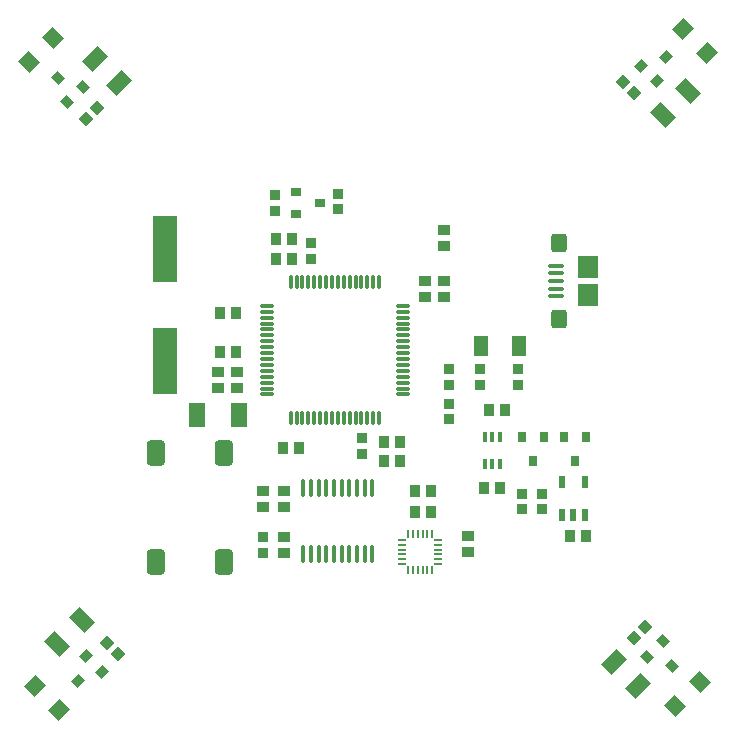
<source format=gtp>
G04*
G04 #@! TF.GenerationSoftware,Altium Limited,Altium Designer,21.0.8 (223)*
G04*
G04 Layer_Color=8421504*
%FSLAX44Y44*%
%MOMM*%
G71*
G04*
G04 #@! TF.SameCoordinates,FEFD6B0F-C875-4ADE-8CDF-9C75FE8239C7*
G04*
G04*
G04 #@! TF.FilePolarity,Positive*
G04*
G01*
G75*
%ADD14R,0.6000X1.0500*%
%ADD15R,0.8000X0.9000*%
%ADD16R,1.0000X0.9000*%
G04:AMPARAMS|DCode=17|XSize=1.8mm|YSize=1.3mm|CornerRadius=0mm|HoleSize=0mm|Usage=FLASHONLY|Rotation=225.000|XOffset=0mm|YOffset=0mm|HoleType=Round|Shape=Rectangle|*
%AMROTATEDRECTD17*
4,1,4,0.1768,1.0960,1.0960,0.1768,-0.1768,-1.0960,-1.0960,-0.1768,0.1768,1.0960,0.0*
%
%ADD17ROTATEDRECTD17*%

%ADD18R,1.4000X2.0000*%
%ADD19R,0.9000X1.0000*%
%ADD20R,0.4000X0.8500*%
%ADD21R,0.9500X0.8500*%
%ADD22R,1.1500X1.7000*%
G04:AMPARAMS|DCode=23|XSize=1.8mm|YSize=1.3mm|CornerRadius=0mm|HoleSize=0mm|Usage=FLASHONLY|Rotation=315.000|XOffset=0mm|YOffset=0mm|HoleType=Round|Shape=Rectangle|*
%AMROTATEDRECTD23*
4,1,4,-1.0960,0.1768,-0.1768,1.0960,1.0960,-0.1768,0.1768,-1.0960,-1.0960,0.1768,0.0*
%
%ADD23ROTATEDRECTD23*%

%ADD24R,0.9000X0.8000*%
%ADD25R,2.1000X5.6000*%
%ADD26O,0.3000X1.2000*%
%ADD27O,1.2000X0.3000*%
%ADD28R,0.2200X0.6400*%
%ADD29R,0.6400X0.2200*%
%ADD30O,1.3500X0.4000*%
G04:AMPARAMS|DCode=31|XSize=1.6mm|YSize=1.4mm|CornerRadius=0.35mm|HoleSize=0mm|Usage=FLASHONLY|Rotation=270.000|XOffset=0mm|YOffset=0mm|HoleType=Round|Shape=RoundedRectangle|*
%AMROUNDEDRECTD31*
21,1,1.6000,0.7000,0,0,270.0*
21,1,0.9000,1.4000,0,0,270.0*
1,1,0.7000,-0.3500,-0.4500*
1,1,0.7000,-0.3500,0.4500*
1,1,0.7000,0.3500,0.4500*
1,1,0.7000,0.3500,-0.4500*
%
%ADD31ROUNDEDRECTD31*%
%ADD32R,1.8000X1.9000*%
G04:AMPARAMS|DCode=33|XSize=1.3mm|YSize=1.4mm|CornerRadius=0mm|HoleSize=0mm|Usage=FLASHONLY|Rotation=45.000|XOffset=0mm|YOffset=0mm|HoleType=Round|Shape=Rectangle|*
%AMROTATEDRECTD33*
4,1,4,0.0354,-0.9546,-0.9546,0.0354,-0.0354,0.9546,0.9546,-0.0354,0.0354,-0.9546,0.0*
%
%ADD33ROTATEDRECTD33*%

G04:AMPARAMS|DCode=34|XSize=0.95mm|YSize=0.85mm|CornerRadius=0mm|HoleSize=0mm|Usage=FLASHONLY|Rotation=315.000|XOffset=0mm|YOffset=0mm|HoleType=Round|Shape=Rectangle|*
%AMROTATEDRECTD34*
4,1,4,-0.6364,0.0354,-0.0354,0.6364,0.6364,-0.0354,0.0354,-0.6364,-0.6364,0.0354,0.0*
%
%ADD34ROTATEDRECTD34*%

G04:AMPARAMS|DCode=35|XSize=0.8mm|YSize=0.9mm|CornerRadius=0mm|HoleSize=0mm|Usage=FLASHONLY|Rotation=225.000|XOffset=0mm|YOffset=0mm|HoleType=Round|Shape=Rectangle|*
%AMROTATEDRECTD35*
4,1,4,-0.0354,0.6010,0.6010,-0.0354,0.0354,-0.6010,-0.6010,0.0354,-0.0354,0.6010,0.0*
%
%ADD35ROTATEDRECTD35*%

G04:AMPARAMS|DCode=36|XSize=0.95mm|YSize=0.85mm|CornerRadius=0mm|HoleSize=0mm|Usage=FLASHONLY|Rotation=225.000|XOffset=0mm|YOffset=0mm|HoleType=Round|Shape=Rectangle|*
%AMROTATEDRECTD36*
4,1,4,0.0354,0.6364,0.6364,0.0354,-0.0354,-0.6364,-0.6364,-0.0354,0.0354,0.6364,0.0*
%
%ADD36ROTATEDRECTD36*%

G04:AMPARAMS|DCode=37|XSize=0.8mm|YSize=0.9mm|CornerRadius=0mm|HoleSize=0mm|Usage=FLASHONLY|Rotation=135.000|XOffset=0mm|YOffset=0mm|HoleType=Round|Shape=Rectangle|*
%AMROTATEDRECTD37*
4,1,4,0.6010,0.0354,-0.0354,-0.6010,-0.6010,-0.0354,0.0354,0.6010,0.6010,0.0354,0.0*
%
%ADD37ROTATEDRECTD37*%

G04:AMPARAMS|DCode=38|XSize=1.3mm|YSize=1.4mm|CornerRadius=0mm|HoleSize=0mm|Usage=FLASHONLY|Rotation=315.000|XOffset=0mm|YOffset=0mm|HoleType=Round|Shape=Rectangle|*
%AMROTATEDRECTD38*
4,1,4,-0.9546,-0.0354,0.0354,0.9546,0.9546,0.0354,-0.0354,-0.9546,-0.9546,-0.0354,0.0*
%
%ADD38ROTATEDRECTD38*%

G04:AMPARAMS|DCode=39|XSize=1.6mm|YSize=2.19mm|CornerRadius=0.4mm|HoleSize=0mm|Usage=FLASHONLY|Rotation=0.000|XOffset=0mm|YOffset=0mm|HoleType=Round|Shape=RoundedRectangle|*
%AMROUNDEDRECTD39*
21,1,1.6000,1.3900,0,0,0.0*
21,1,0.8000,2.1900,0,0,0.0*
1,1,0.8000,0.4000,-0.6950*
1,1,0.8000,-0.4000,-0.6950*
1,1,0.8000,-0.4000,0.6950*
1,1,0.8000,0.4000,0.6950*
%
%ADD39ROUNDEDRECTD39*%
%ADD40O,0.3500X1.6000*%
D14*
X167030Y-121700D02*
D03*
X176530D02*
D03*
X186030D02*
D03*
Y-94200D02*
D03*
X167030D02*
D03*
D15*
X177800Y-76040D02*
D03*
X168300Y-56040D02*
D03*
X187300D02*
D03*
X142240Y-76040D02*
D03*
X132740Y-56040D02*
D03*
X151740D02*
D03*
D16*
X-107950Y-14370D02*
D03*
Y-870D02*
D03*
X-86360Y-114700D02*
D03*
Y-101200D02*
D03*
X67310Y63100D02*
D03*
Y76600D02*
D03*
X-124460Y-870D02*
D03*
Y-14370D02*
D03*
X50800Y76600D02*
D03*
Y63100D02*
D03*
X67310Y119780D02*
D03*
Y106280D02*
D03*
X-68580Y-114700D02*
D03*
Y-101200D02*
D03*
Y-140570D02*
D03*
Y-154070D02*
D03*
X87630Y-152800D02*
D03*
Y-139300D02*
D03*
D17*
X-208094Y243654D02*
D03*
X-228600Y264160D02*
D03*
X231233Y-266793D02*
D03*
X210727Y-246287D02*
D03*
D18*
X-142460Y-36832D02*
D03*
X-106460D02*
D03*
D19*
X16110Y-76200D02*
D03*
X29610D02*
D03*
X101200Y-99060D02*
D03*
X114700D02*
D03*
X16110Y-59690D02*
D03*
X29610D02*
D03*
X-108820Y16510D02*
D03*
X-122320D02*
D03*
X-108820Y49530D02*
D03*
X-122320D02*
D03*
X-61830Y111760D02*
D03*
X-75330D02*
D03*
X-61830Y95250D02*
D03*
X-75330D02*
D03*
X-68980Y-64770D02*
D03*
X-55480D02*
D03*
X187090Y-139700D02*
D03*
X173590D02*
D03*
X118510Y-33020D02*
D03*
X105010D02*
D03*
X56280Y-101600D02*
D03*
X42780D02*
D03*
X56280Y-119380D02*
D03*
X42780D02*
D03*
D20*
X101450Y-78560D02*
D03*
X107950D02*
D03*
X114450D02*
D03*
Y-56060D02*
D03*
X107950D02*
D03*
X101450D02*
D03*
D21*
X129540Y1420D02*
D03*
Y-11580D02*
D03*
X97790Y1420D02*
D03*
Y-11580D02*
D03*
X71120Y-11580D02*
D03*
Y1420D02*
D03*
Y-27790D02*
D03*
Y-40790D02*
D03*
X149860Y-116990D02*
D03*
Y-103990D02*
D03*
X133350Y-103990D02*
D03*
Y-116990D02*
D03*
X-76200Y135740D02*
D03*
Y148740D02*
D03*
X-22860Y137010D02*
D03*
Y150010D02*
D03*
X-45720Y95100D02*
D03*
Y108100D02*
D03*
X-86360Y-153820D02*
D03*
Y-140820D02*
D03*
X-2540Y-57000D02*
D03*
Y-70000D02*
D03*
D22*
X98550Y21590D02*
D03*
X130050D02*
D03*
D23*
X-239937Y-210727D02*
D03*
X-260443Y-231233D02*
D03*
X273143Y237583D02*
D03*
X252637Y217077D02*
D03*
D24*
X-58260Y132740D02*
D03*
Y151740D02*
D03*
X-38260Y142240D02*
D03*
D25*
X-168910Y103380D02*
D03*
Y8380D02*
D03*
D26*
X-52900Y75280D02*
D03*
X-47900D02*
D03*
X-42900D02*
D03*
X-37900D02*
D03*
X-32900D02*
D03*
X-27900D02*
D03*
X-22900D02*
D03*
X-17900D02*
D03*
X-12900D02*
D03*
X-7900D02*
D03*
X-2900D02*
D03*
X2100D02*
D03*
X7100D02*
D03*
X12100D02*
D03*
X7100Y-39720D02*
D03*
X2100D02*
D03*
X-2900D02*
D03*
X-7900D02*
D03*
X-12900D02*
D03*
X-17900D02*
D03*
X-22900D02*
D03*
X-27900D02*
D03*
X-32900D02*
D03*
X-37900D02*
D03*
X-42900D02*
D03*
X-47900D02*
D03*
X-62900D02*
D03*
X-52900D02*
D03*
X-62900Y75280D02*
D03*
X12100Y-39720D02*
D03*
X-57900D02*
D03*
Y75280D02*
D03*
D27*
X32100Y50280D02*
D03*
Y45280D02*
D03*
Y40280D02*
D03*
Y35280D02*
D03*
Y30280D02*
D03*
Y25280D02*
D03*
Y20280D02*
D03*
Y15280D02*
D03*
Y10280D02*
D03*
Y5280D02*
D03*
Y280D02*
D03*
Y-4720D02*
D03*
Y-9720D02*
D03*
Y-14720D02*
D03*
Y-19720D02*
D03*
X-82900D02*
D03*
Y-14720D02*
D03*
Y-9720D02*
D03*
Y5280D02*
D03*
Y10280D02*
D03*
Y15280D02*
D03*
Y20280D02*
D03*
Y25280D02*
D03*
Y30280D02*
D03*
Y35280D02*
D03*
Y40280D02*
D03*
Y45280D02*
D03*
Y50280D02*
D03*
Y-4720D02*
D03*
Y55280D02*
D03*
X32100D02*
D03*
X-82900Y280D02*
D03*
D28*
X36780Y-137680D02*
D03*
X56780D02*
D03*
X40780D02*
D03*
X44780D02*
D03*
X48780D02*
D03*
X52780D02*
D03*
X56780Y-168580D02*
D03*
X52780D02*
D03*
X48780D02*
D03*
X44780D02*
D03*
X40780D02*
D03*
X36780D02*
D03*
D29*
X31330Y-147130D02*
D03*
X62230Y-159130D02*
D03*
X31330Y-163130D02*
D03*
Y-159130D02*
D03*
Y-155130D02*
D03*
Y-151130D02*
D03*
Y-143130D02*
D03*
X62230D02*
D03*
Y-147130D02*
D03*
Y-151130D02*
D03*
Y-155130D02*
D03*
Y-163130D02*
D03*
D30*
X161710Y82700D02*
D03*
Y63200D02*
D03*
Y69700D02*
D03*
Y76200D02*
D03*
Y89200D02*
D03*
D31*
X163960Y44200D02*
D03*
Y108200D02*
D03*
D32*
X188460Y64200D02*
D03*
Y88200D02*
D03*
D33*
X-284573Y261527D02*
D03*
X-264067Y282033D02*
D03*
X283303Y-262797D02*
D03*
X262797Y-283303D02*
D03*
D34*
X-235736Y213844D02*
D03*
X-226544Y223036D02*
D03*
X237006Y-216384D02*
D03*
X227814Y-225576D02*
D03*
D35*
X-252376Y227511D02*
D03*
X-259801Y248371D02*
D03*
X-238941Y240946D02*
D03*
X252376Y-228781D02*
D03*
X259801Y-249641D02*
D03*
X238941Y-242216D02*
D03*
D36*
X218924Y244626D02*
D03*
X228116Y235434D02*
D03*
X-208764Y-239546D02*
D03*
X-217956Y-230354D02*
D03*
D37*
X233861Y258727D02*
D03*
X254721Y266151D02*
D03*
X247296Y245291D02*
D03*
X-222431Y-254916D02*
D03*
X-243291Y-262341D02*
D03*
X-235866Y-241481D02*
D03*
D38*
X269147Y289653D02*
D03*
X289653Y269147D02*
D03*
X-259080Y-287020D02*
D03*
X-279586Y-266514D02*
D03*
D39*
X-176530Y-69620D02*
D03*
Y-161520D02*
D03*
X-119380Y-69620D02*
D03*
Y-161520D02*
D03*
D40*
X-52110Y-155000D02*
D03*
X-39110D02*
D03*
X-32610D02*
D03*
X-26110D02*
D03*
X-19610D02*
D03*
X-13110D02*
D03*
X-6610D02*
D03*
X-110D02*
D03*
X6390D02*
D03*
X-52110Y-99000D02*
D03*
X-39110D02*
D03*
X-32610D02*
D03*
X-26110D02*
D03*
X-19610D02*
D03*
X-13110D02*
D03*
X-6610D02*
D03*
X-110D02*
D03*
X-45610Y-155000D02*
D03*
Y-99000D02*
D03*
X6390D02*
D03*
M02*

</source>
